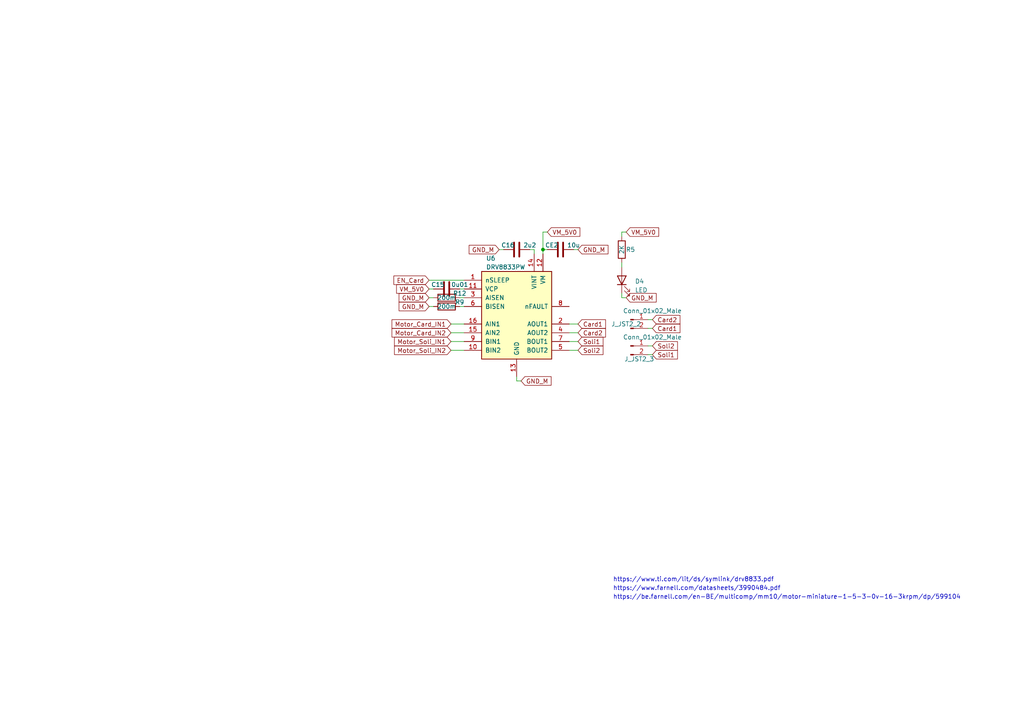
<source format=kicad_sch>
(kicad_sch (version 20211123) (generator eeschema)
  (paper "A4")
  (lib_symbols
    (symbol "Connector:Conn_01x02_Male" (pin_names (offset 1.016) hide)
      (property "Reference" "J" (at 0 2.54 0))
      (property "Value" "Conn_01x02_Male" (at 0 -5.08 0))
      (symbol "Conn_01x02_Male_1_1"
        (polyline (pts (xy 1.27 -2.54) (xy 0.8636 -2.54)) (stroke (width 0.1524)))
        (polyline (pts (xy 1.27 0) (xy 0.8636 0)) (stroke (width 0.1524)))
        (rectangle (start 0.8636 -2.413) (end 0 -2.667) (stroke (width 0.1524)) (fill (type outline)))
        (rectangle (start 0.8636 0.127) (end 0 -0.127) (stroke (width 0.1524)) (fill (type outline)))
        (pin passive line (at 5.08 0 180) (length 3.81) (name "Pin_1") (number "1"))
        (pin passive line (at 5.08 -2.54 180) (length 3.81) (name "Pin_2") (number "2"))
      )
    )
    (symbol "Device:C" (pin_numbers hide) (pin_names (offset 0.254))
      (property "Reference" "C" (at 0.635 2.54 0))
      (property "Value" "C" (at 0.635 -2.54 0))
      (symbol "C_0_1"
        (polyline (pts (xy -2.032 -0.762) (xy 2.032 -0.762)) (stroke (width 0.508)))
        (polyline (pts (xy -2.032 0.762) (xy 2.032 0.762)) (stroke (width 0.508)))
      )
      (symbol "C_1_1"
        (pin passive line (at 0 3.81 270) (length 2.794) (name "~") (number "1"))
        (pin passive line (at 0 -3.81 90) (length 2.794) (name "~") (number "2"))
      )
    )
    (symbol "Device:LED" (pin_numbers hide) (pin_names (offset 1.016) hide)
      (property "Reference" "D" (at 0 2.54 0))
      (property "Value" "LED" (at 0 -2.54 0))
      (symbol "LED_0_1"
        (polyline (pts (xy -1.27 -1.27) (xy -1.27 1.27)) (stroke (width 0.254)))
        (polyline (pts (xy -1.27 0) (xy 1.27 0)))
        (polyline (pts (xy 1.27 -1.27) (xy 1.27 1.27) (xy -1.27 0) (xy 1.27 -1.27)) (stroke (width 0.254)))
        (polyline (pts (xy -3.048 -0.762) (xy -4.572 -2.286) (xy -3.81 -2.286) (xy -4.572 -2.286) (xy -4.572 -1.524)))
        (polyline (pts (xy -1.778 -0.762) (xy -3.302 -2.286) (xy -2.54 -2.286) (xy -3.302 -2.286) (xy -3.302 -1.524)))
      )
      (symbol "LED_1_1"
        (pin passive line (at -3.81 0 0) (length 2.54) (name "K") (number "1"))
        (pin passive line (at 3.81 0 180) (length 2.54) (name "A") (number "2"))
      )
    )
    (symbol "Device:R" (pin_numbers hide) (pin_names (offset 0))
      (property "Reference" "R" (at 2.032 0 90))
      (property "Value" "R" (at 0 0 90))
      (symbol "R_0_1"
        (rectangle (start -1.016 -2.54) (end 1.016 2.54) (stroke (width 0.254)))
      )
      (symbol "R_1_1"
        (pin passive line (at 0 3.81 270) (length 1.27) (name "~") (number "1"))
        (pin passive line (at 0 -3.81 90) (length 1.27) (name "~") (number "2"))
      )
    )
    (symbol "Driver_Motor:DRV8833PW" (pin_names (offset 1.016))
      (property "Reference" "U" (at -3.81 16.51 0))
      (property "Value" "DRV8833PW" (at -3.81 13.97 0))
      (symbol "DRV8833PW_0_1"
        (rectangle (start -10.16 12.7) (end 10.16 -12.7) (stroke (width 0.254)) (fill (type background)))
      )
      (symbol "DRV8833PW_1_1"
        (pin input line (at -15.24 10.16 0) (length 5.08) (name "nSLEEP") (number "1"))
        (pin input line (at -15.24 -10.16 0) (length 5.08) (name "BIN2") (number "10"))
        (pin bidirectional line (at -15.24 7.62 0) (length 5.08) (name "VCP") (number "11"))
        (pin power_in line (at 7.62 17.78 270) (length 5.08) (name "VM") (number "12"))
        (pin power_in line (at 0 -17.78 90) (length 5.08) (name "GND") (number "13"))
        (pin power_in line (at 5.08 17.78 270) (length 5.08) (name "VINT") (number "14"))
        (pin input line (at -15.24 -5.08 0) (length 5.08) (name "AIN2") (number "15"))
        (pin input line (at -15.24 -2.54 0) (length 5.08) (name "AIN1") (number "16"))
        (pin power_out line (at 15.24 -2.54 180) (length 5.08) (name "AOUT1") (number "2"))
        (pin bidirectional line (at -15.24 5.08 0) (length 5.08) (name "AISEN") (number "3"))
        (pin power_out line (at 15.24 -5.08 180) (length 5.08) (name "AOUT2") (number "4"))
        (pin power_out line (at 15.24 -10.16 180) (length 5.08) (name "BOUT2") (number "5"))
        (pin bidirectional line (at -15.24 2.54 0) (length 5.08) (name "BISEN") (number "6"))
        (pin power_out line (at 15.24 -7.62 180) (length 5.08) (name "BOUT1") (number "7"))
        (pin open_collector line (at 15.24 2.54 180) (length 5.08) (name "nFAULT") (number "8"))
        (pin input line (at -15.24 -7.62 0) (length 5.08) (name "BIN1") (number "9"))
      )
    )
  )
  (junction (at 157.48 72.39))
  (wire (pts (xy 181.61 67.31) (xy 180.34 67.31)))
  (wire (pts (xy 149.86 110.49) (xy 151.13 110.49)))
  (wire (pts (xy 149.86 109.22) (xy 149.86 110.49)))
  (wire (pts (xy 153.67 72.39) (xy 154.94 72.39)))
  (wire (pts (xy 130.81 101.6) (xy 134.62 101.6)))
  (wire (pts (xy 130.81 96.52) (xy 134.62 96.52)))
  (wire (pts (xy 157.48 73.66) (xy 157.48 72.39)))
  (wire (pts (xy 144.78 72.39) (xy 146.05 72.39)))
  (wire (pts (xy 165.1 96.52) (xy 167.64 96.52)))
  (wire (pts (xy 180.34 86.36) (xy 181.61 86.36)))
  (wire (pts (xy 133.35 88.9) (xy 134.62 88.9)))
  (wire (pts (xy 157.48 72.39) (xy 158.75 72.39)))
  (wire (pts (xy 180.34 67.31) (xy 180.34 68.58)))
  (wire (pts (xy 124.46 83.82) (xy 125.73 83.82)))
  (wire (pts (xy 165.1 99.06) (xy 167.64 99.06)))
  (wire (pts (xy 187.96 92.71) (xy 189.23 92.71)))
  (wire (pts (xy 187.96 100.33) (xy 189.23 100.33)))
  (wire (pts (xy 165.1 93.98) (xy 167.64 93.98)))
  (wire (pts (xy 157.48 67.31) (xy 157.48 72.39)))
  (wire (pts (xy 166.37 72.39) (xy 167.64 72.39)))
  (wire (pts (xy 180.34 76.2) (xy 180.34 77.47)))
  (wire (pts (xy 124.46 86.36) (xy 125.73 86.36)))
  (wire (pts (xy 187.96 95.25) (xy 189.23 95.25)))
  (wire (pts (xy 154.94 72.39) (xy 154.94 73.66)))
  (wire (pts (xy 187.96 102.87) (xy 189.23 102.87)))
  (wire (pts (xy 180.34 85.09) (xy 180.34 86.36)))
  (wire (pts (xy 165.1 101.6) (xy 167.64 101.6)))
  (wire (pts (xy 130.81 99.06) (xy 134.62 99.06)))
  (wire (pts (xy 133.35 83.82) (xy 134.62 83.82)))
  (wire (pts (xy 158.75 67.31) (xy 157.48 67.31)))
  (wire (pts (xy 133.35 86.36) (xy 134.62 86.36)))
  (wire (pts (xy 124.46 81.28) (xy 134.62 81.28)))
  (wire (pts (xy 130.81 93.98) (xy 134.62 93.98)))
  (wire (pts (xy 124.46 88.9) (xy 125.73 88.9)))
  (text "https://www.farnell.com/datasheets/3990484.pdf" (at 177.8 171.45 0) (effects (font (size 1.27 1.27)) (justify left bottom)))
  (text "https://www.ti.com/lit/ds/symlink/drv8833.pdf" (at 177.8 168.91 0) (effects (font (size 1.27 1.27)) (justify left bottom)))
  (text "https://be.farnell.com/en-BE/multicomp/mm10/motor-miniature-1-5-3-0v-16-3krpm/dp/599104" (at 177.8 173.99 0) (effects (font (size 1.27 1.27)) (justify left bottom)))
  (global_label "Soli2" (shape input) (at 167.64 101.6 0) (property "Intersheet References" "${INTERSHEET_REFS}" (effects hide)))
  (global_label "Card2" (shape input) (at 167.64 96.52 0) (property "Intersheet References" "${INTERSHEET_REFS}" (effects hide)))
  (global_label "VM_5V0" (shape input) (at 158.75 67.31 0) (property "Intersheet References" "${INTERSHEET_REFS}" (effects hide)))
  (global_label "GND_M" (shape input) (at 151.13 110.49 0) (property "Intersheet References" "${INTERSHEET_REFS}" (effects hide)))
  (global_label "Card2" (shape input) (at 189.23 92.71 0) (property "Intersheet References" "${INTERSHEET_REFS}" (effects hide)))
  (global_label "Motor_Soli_IN2" (shape input) (at 130.81 101.6 180) (property "Intersheet References" "${INTERSHEET_REFS}" (effects hide)))
  (global_label "EN_Card" (shape input) (at 124.46 81.28 180) (property "Intersheet References" "${INTERSHEET_REFS}" (effects hide)))
  (global_label "Motor_Soli_IN1" (shape input) (at 130.81 99.06 180) (property "Intersheet References" "${INTERSHEET_REFS}" (effects hide)))
  (global_label "Card1" (shape input) (at 189.23 95.25 0) (property "Intersheet References" "${INTERSHEET_REFS}" (effects hide)))
  (global_label "GND_M" (shape input) (at 144.78 72.39 180) (property "Intersheet References" "${INTERSHEET_REFS}" (effects hide)))
  (global_label "GND_M" (shape input) (at 181.61 86.36 0) (property "Intersheet References" "${INTERSHEET_REFS}" (effects hide)))
  (global_label "Motor_Card_IN1" (shape input) (at 130.81 93.98 180) (property "Intersheet References" "${INTERSHEET_REFS}" (effects hide)))
  (global_label "Motor_Card_IN2" (shape input) (at 130.81 96.52 180) (property "Intersheet References" "${INTERSHEET_REFS}" (effects hide)))
  (global_label "VM_5V0" (shape input) (at 181.61 67.31 0) (property "Intersheet References" "${INTERSHEET_REFS}" (effects hide)))
  (global_label "Soli2" (shape input) (at 189.23 100.33 0) (property "Intersheet References" "${INTERSHEET_REFS}" (effects hide)))
  (global_label "GND_M" (shape input) (at 124.46 88.9 180) (property "Intersheet References" "${INTERSHEET_REFS}" (effects hide)))
  (global_label "GND_M" (shape input) (at 167.64 72.39 0) (property "Intersheet References" "${INTERSHEET_REFS}" (effects hide)))
  (global_label "Card1" (shape input) (at 167.64 93.98 0) (property "Intersheet References" "${INTERSHEET_REFS}" (effects hide)))
  (global_label "VM_5V0" (shape input) (at 124.46 83.82 180) (property "Intersheet References" "${INTERSHEET_REFS}" (effects hide)))
  (global_label "GND_M" (shape input) (at 124.46 86.36 180) (property "Intersheet References" "${INTERSHEET_REFS}" (effects hide)))
  (global_label "Soli1" (shape input) (at 167.64 99.06 0) (property "Intersheet References" "${INTERSHEET_REFS}" (effects hide)))
  (global_label "Soli1" (shape input) (at 189.23 102.87 0) (property "Intersheet References" "${INTERSHEET_REFS}" (effects hide)))
  (symbol (lib_id "Device:R") (at 180.34 72.39 0) (unit 1)
    (property "Reference" "R5" (at 182.88 72.39 0))
    (property "Value" "2K" (at 180.34 72.39 90))
    (property "Footprint" "Resistor_SMD:R_0805_2012Metric" (effects hide))
  )
  (symbol (lib_id "Device:C") (at 149.86 72.39 90) (unit 1)
    (property "Reference" "C16" (at 147.32 71.12 90))
    (property "Value" "2u2" (at 153.67 71.12 90))
    (property "Footprint" "Capacitor_SMD:C_0805_2012Metric" (effects hide))
  )
  (symbol (lib_id "Connector:Conn_01x02_Male") (at 182.88 100.33 0) (unit 1)
    (property "Reference" "J_JST2_3" (at 185.42 104.14 0))
    (property "Value" "Conn_01x02_Male" (at 189.23 97.79 0))
    (property "Footprint" "Connector_JST:JST_XH_B2B-XH-A_1x02_P2.50mm_Vertical" (effects hide))
  )
  (symbol (lib_id "Device:LED") (at 180.34 81.28 90) (unit 1)
    (property "Reference" "D4" (at 184.15 81.5974 90) (effects (justify right)))
    (property "Value" "LED" (at 184.15 84.1374 90) (effects (justify right)))
    (property "Footprint" "LED_SMD:LED_0805_2012Metric" (effects hide))
  )
  (symbol (lib_id "Connector:Conn_01x02_Male") (at 182.88 92.71 0) (unit 1)
    (property "Reference" "J_JST2_2" (at 181.61 93.98 0))
    (property "Value" "Conn_01x02_Male" (at 189.23 90.17 0))
    (property "Footprint" "Connector_JST:JST_XH_B2B-XH-A_1x02_P2.50mm_Vertical" (effects hide))
  )
  (symbol (lib_id "Driver_Motor:DRV8833PW") (at 149.86 91.44 0) (unit 1)
    (property "Reference" "U6" (at 140.97 74.93 0) (effects (justify left)))
    (property "Value" "DRV8833PW" (at 140.97 77.47 0) (effects (justify left)))
    (property "Footprint" "Package_SO:TSSOP-16_4.4x5mm_P0.65mm" (effects hide))
    (property "Datasheet" "http://www.ti.com/lit/ds/symlink/drv8833.pdf" (effects hide))
  )
  (symbol (lib_id "Device:R") (at 129.54 86.36 270) (unit 1)
    (property "Reference" "R12" (at 133.35 85.09 90))
    (property "Value" "200m" (at 129.54 86.36 90))
    (property "Footprint" "Resistor_SMD:R_0805_2012Metric" (effects hide))
  )
  (symbol (lib_id "Device:C") (at 162.56 72.39 90) (unit 1)
    (property "Reference" "CE2" (at 160.02 71.12 90))
    (property "Value" "10u" (at 166.37 71.12 90))
    (property "Footprint" "Capacitor_THT:CP_Radial_D5.0mm_P2.50mm" (effects hide))
  )
  (symbol (lib_id "Device:R") (at 129.54 88.9 270) (unit 1)
    (property "Reference" "R9" (at 133.35 87.63 90))
    (property "Value" "200m" (at 129.54 88.9 90))
    (property "Footprint" "Resistor_SMD:R_0805_2012Metric" (effects hide))
  )
  (symbol (lib_id "Device:C") (at 129.54 83.82 90) (unit 1)
    (property "Reference" "C15" (at 127 82.55 90))
    (property "Value" "0u01" (at 133.35 82.55 90))
    (property "Footprint" "Capacitor_SMD:C_0805_2012Metric" (effects hide))
  )
)
</source>
